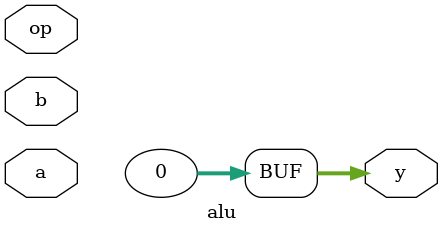
<source format=sv>
`timescale 1ns/1ps

module alu (
  input  logic signed [31:0] a,
  input  logic signed [31:0] b,
  input  logic [1:0]          op,
  output logic signed [31:0]  y
);
  // Placeholder: SV core will be used later via Verilator
  always_comb y = '0;
endmodule

</source>
